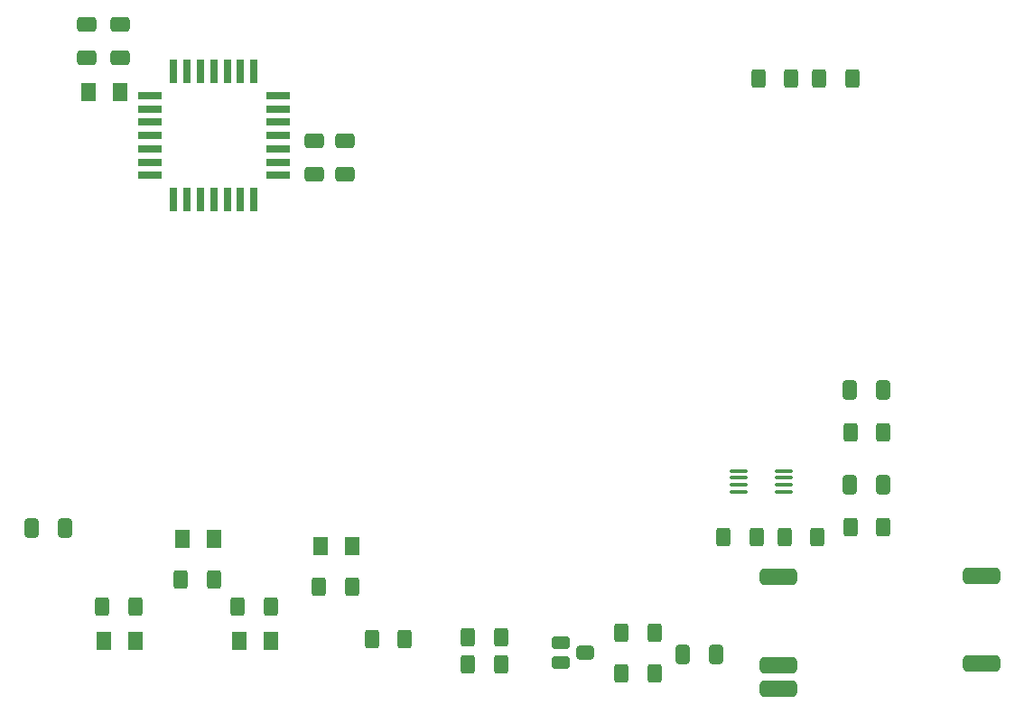
<source format=gtp>
G04 #@! TF.GenerationSoftware,KiCad,Pcbnew,7.0.5*
G04 #@! TF.CreationDate,2023-07-24T05:32:36-06:00*
G04 #@! TF.ProjectId,Project-Supernova-PCB,50726f6a-6563-4742-9d53-757065726e6f,rev?*
G04 #@! TF.SameCoordinates,Original*
G04 #@! TF.FileFunction,Paste,Top*
G04 #@! TF.FilePolarity,Positive*
%FSLAX46Y46*%
G04 Gerber Fmt 4.6, Leading zero omitted, Abs format (unit mm)*
G04 Created by KiCad (PCBNEW 7.0.5) date 2023-07-24 05:32:36*
%MOMM*%
%LPD*%
G01*
G04 APERTURE LIST*
G04 Aperture macros list*
%AMRoundRect*
0 Rectangle with rounded corners*
0 $1 Rounding radius*
0 $2 $3 $4 $5 $6 $7 $8 $9 X,Y pos of 4 corners*
0 Add a 4 corners polygon primitive as box body*
4,1,4,$2,$3,$4,$5,$6,$7,$8,$9,$2,$3,0*
0 Add four circle primitives for the rounded corners*
1,1,$1+$1,$2,$3*
1,1,$1+$1,$4,$5*
1,1,$1+$1,$6,$7*
1,1,$1+$1,$8,$9*
0 Add four rect primitives between the rounded corners*
20,1,$1+$1,$2,$3,$4,$5,0*
20,1,$1+$1,$4,$5,$6,$7,0*
20,1,$1+$1,$6,$7,$8,$9,0*
20,1,$1+$1,$8,$9,$2,$3,0*%
G04 Aperture macros list end*
%ADD10RoundRect,0.250000X-0.400000X-0.625000X0.400000X-0.625000X0.400000X0.625000X-0.400000X0.625000X0*%
%ADD11RoundRect,0.250001X-0.462499X-0.624999X0.462499X-0.624999X0.462499X0.624999X-0.462499X0.624999X0*%
%ADD12RoundRect,0.300000X-0.550000X-0.300000X0.550000X-0.300000X0.550000X0.300000X-0.550000X0.300000X0*%
%ADD13RoundRect,0.325000X-0.525000X-0.325000X0.525000X-0.325000X0.525000X0.325000X-0.525000X0.325000X0*%
%ADD14RoundRect,0.250001X0.462499X0.624999X-0.462499X0.624999X-0.462499X-0.624999X0.462499X-0.624999X0*%
%ADD15RoundRect,0.100000X-0.712500X-0.100000X0.712500X-0.100000X0.712500X0.100000X-0.712500X0.100000X0*%
%ADD16RoundRect,0.250000X0.650000X-0.412500X0.650000X0.412500X-0.650000X0.412500X-0.650000X-0.412500X0*%
%ADD17RoundRect,0.250000X-0.412500X-0.650000X0.412500X-0.650000X0.412500X0.650000X-0.412500X0.650000X0*%
%ADD18R,2.300000X0.800000*%
%ADD19R,0.800000X2.300000*%
%ADD20RoundRect,0.381000X-1.369000X-0.381000X1.369000X-0.381000X1.369000X0.381000X-1.369000X0.381000X0*%
G04 APERTURE END LIST*
D10*
X167372500Y-104330000D03*
X170472500Y-104330000D03*
X164465000Y-62230000D03*
X167565000Y-62230000D03*
D11*
X97355000Y-114935000D03*
X100330000Y-114935000D03*
D12*
X140208000Y-115128000D03*
X140208000Y-117028000D03*
D13*
X142494000Y-116078000D03*
D10*
X117550000Y-109855000D03*
X120650000Y-109855000D03*
X167372500Y-95440000D03*
X170472500Y-95440000D03*
D14*
X98896500Y-63500000D03*
X95921500Y-63500000D03*
D10*
X145900000Y-114200000D03*
X149000000Y-114200000D03*
X155500000Y-105200000D03*
X158600000Y-105200000D03*
D15*
X156887500Y-99025000D03*
X156887500Y-99675000D03*
X156887500Y-100325000D03*
X156887500Y-100975000D03*
X161112500Y-100975000D03*
X161112500Y-100325000D03*
X161112500Y-99675000D03*
X161112500Y-99025000D03*
D10*
X131500000Y-114600000D03*
X134600000Y-114600000D03*
D11*
X117675000Y-106045000D03*
X120650000Y-106045000D03*
D16*
X117094000Y-71158500D03*
X117094000Y-68033500D03*
D17*
X167347500Y-91440000D03*
X170472500Y-91440000D03*
D10*
X145900000Y-118000000D03*
X149000000Y-118000000D03*
D16*
X120015000Y-71158500D03*
X120015000Y-68033500D03*
D10*
X131500000Y-117200000D03*
X134600000Y-117200000D03*
X97230000Y-111760000D03*
X100330000Y-111760000D03*
X122500000Y-114800000D03*
X125600000Y-114800000D03*
D17*
X167347500Y-100330000D03*
X170472500Y-100330000D03*
D11*
X110055000Y-114935000D03*
X113030000Y-114935000D03*
D16*
X95758000Y-60236500D03*
X95758000Y-57111500D03*
D10*
X161200000Y-105200000D03*
X164300000Y-105200000D03*
D18*
X113696000Y-71314000D03*
X113696000Y-70064000D03*
X113696000Y-68814000D03*
X113696000Y-67564000D03*
X113696000Y-66314000D03*
X113696000Y-65064000D03*
X113696000Y-63814000D03*
D19*
X111446000Y-61564000D03*
X110196000Y-61564000D03*
X108946000Y-61564000D03*
X107696000Y-61564000D03*
X106446000Y-61564000D03*
X105196000Y-61564000D03*
X103946000Y-61564000D03*
D18*
X101696000Y-63814000D03*
X101696000Y-65064000D03*
X101696000Y-66314000D03*
X101696000Y-67564000D03*
X101696000Y-68814000D03*
X101696000Y-70064000D03*
X101696000Y-71314000D03*
D19*
X103946000Y-73564000D03*
X105196000Y-73564000D03*
X106446000Y-73564000D03*
X107696000Y-73564000D03*
X108946000Y-73564000D03*
X110196000Y-73564000D03*
X111446000Y-73564000D03*
D16*
X98933000Y-60236500D03*
X98933000Y-57111500D03*
D11*
X104721000Y-105410000D03*
X107696000Y-105410000D03*
D20*
X160655000Y-108966000D03*
X160655000Y-117221000D03*
X160655000Y-119471000D03*
X179680000Y-108839000D03*
X179680000Y-117094000D03*
D17*
X90601000Y-104394000D03*
X93726000Y-104394000D03*
D10*
X104596000Y-109220000D03*
X107696000Y-109220000D03*
X109930000Y-111760000D03*
X113030000Y-111760000D03*
X158750000Y-62230000D03*
X161850000Y-62230000D03*
D17*
X151675000Y-116200000D03*
X154800000Y-116200000D03*
M02*

</source>
